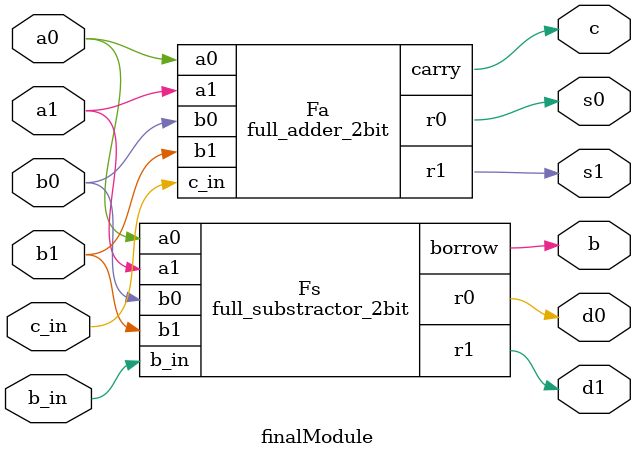
<source format=sv>
`timescale 1ns / 1ps

/*
 BEHAVIOURAL HALF_ADDER
*/
module half_adder(
    input logic a, b,
    output logic sum, carry
    );
    
    assign sum = a ^ b;
    assign carry = a & b; 
endmodule

/*
 BEHAVIOURAL HALF_SUBSTRACTOR
*/
module half_substractor(
    input logic a, b,
    output logic diff, borrow
    );
   
    assign diff = a ^ b;
    assign borrow = b &  ~a;
endmodule

/*
BEHAVIORAL FULL_SUBSTRACTOR
*/
module b_full_substractor(
    input logic a, b, B_in,
    output logic diff, borrow
    );
   
    assign diff = a ^ b ^ B_in;
    assign borrow = (~a & B_in) | (~a & b) | (b & B_in);
endmodule

/*
 STRUCTURAL FULL_SUBSTRACTOR
*/
module s_full_substractor(
    input a, b, B_in,
    output diff, borrow
    );
   
    wire d1, b1, b2;
    
    half_substractor Hs1(a, b, d1, b1);
    half_substractor Hs2(d1,B_in, diff, b2);
    or(borrow, b1, b2);
    
endmodule

/*
BEHAVIORAL FULL_ADDER
*/
module b_full_adder(
    input logic a, b, c,
    output logic sum, carry
    );
   
    assign sum = a ^ b ^ c;
    assign carry = (a & b) | (c & (a ^ b) );
endmodule

/*
 STRUCTURAL FULL_ADDER
*/
module s_full_adder(
    input a, b, c,
    output sum, carry
    );
   
    wire s1, c1, c2;
    
    
    half_adder H1(a, b, s1, c1);
    half_adder H2(s1, c, sum, c2);
    or(carry, c1, c2);

endmodule


/*
    TestBench for 1-bit full adder, 1-bit full substractor
*/
module TestBench01();
    logic a, b, c;
    logic sum, carry, diff, borrow;
    
    s_full_adder Fa01(a, b, c, sum, carry);
    s_full_substractor Fs01(a, b, c, diff, borrow);
    
    // apply inputs one at a time
    initial begin
        a = 0; b = 0; c = 0; #10;
        c = 1; #10;
        b = 1; c = 0; #10;
        c = 1; #10;
        a = 1; b = 0; c = 0; #10;
        c = 1; #10;
        b = 1; c = 0; #10;
        c = 1; #10;
    end
endmodule

/*
    Structural 2-bit adder
*/
module full_adder_2bit(
    input logic a0, a1, b0, b1, c_in,
    output logic r0, r1, carry
    );
    
    logic c0;
    
    s_full_adder sFa01(a0, b0, c_in, r0, c0);
    s_full_adder sFa02(a1, b1, c0, r1, carry);
    
endmodule

/*
    Structural 2-bit substractor
*/
module full_substractor_2bit(
    input logic a0, a1, b0, b1,b_in,
    output logic r0, r1, borrow
    );
    
    logic borrow_0;
    
    s_full_substractor Fs01(a0, b0, b_in, r0, borrow_0);
    s_full_substractor Fs02(a1, b1, borrow_0, r1, borrow);
endmodule

/*
    TestBench for 2bit substractor and adder
*/
module TestBench02();
    logic a0, a1, b0, b1;
    logic s0, s1, c, d0, d1, b;
    
    full_adder_2bit Fa(a0, a1, b0, b1, 0, s0, s1, c);
    full_substractor_2bit Fs(a0, a1, b0, b1, 0, d0, d1, b);
    
    // apply inputs one at a time
    initial begin
        a1 = 0; a0 = 0; b1 = 0; b0 = 0; #10; // 00 - 00
        b0 = 1; #10; // 00 - 01
        b1 = 1; b0 = 0; #10; // 00 - 10
        b0 = 1; #10; // 00 - 11
        a0 = 1; b1 = 0; b0 = 0; #10; // 01 - 00
        b0 = 1; #10; // 01 - 01
        b1 = 1; b0 = 0; #10; // 01 - 10
        b0 = 1; #10; // 01 - 11
        
        a1 = 1; a0 = 0; b1 = 0; b0 = 0; // 10 - 00
        b0 = 1; #10; // 10 - 01
        b1 = 1; b0 = 0; #10; // 10 - 10
        b0 = 1; #10; // 10 - 11
        a0 = 1; b1 = 0; b0 = 0; #10; // 11 - 00
        b0 = 1; #10; // 11 - 01
        b1 = 1; b0 = 0; #10; // 11 - 10
        b0 = 1; #10; // 11 - 11
    end
    
endmodule

/*
    Final module
*/

module finalModule(
    input a0, a1, b0, b1, c_in, b_in,
    output s0, s1, c, d0, d1, b 
    );
    
    full_adder_2bit Fa(a0, a1, b0, b1, c_in, s0, s1, c);
    full_substractor_2bit Fs(a0, a1, b0, b1, b_in, d0, d1, b);
    
endmodule



 
</source>
